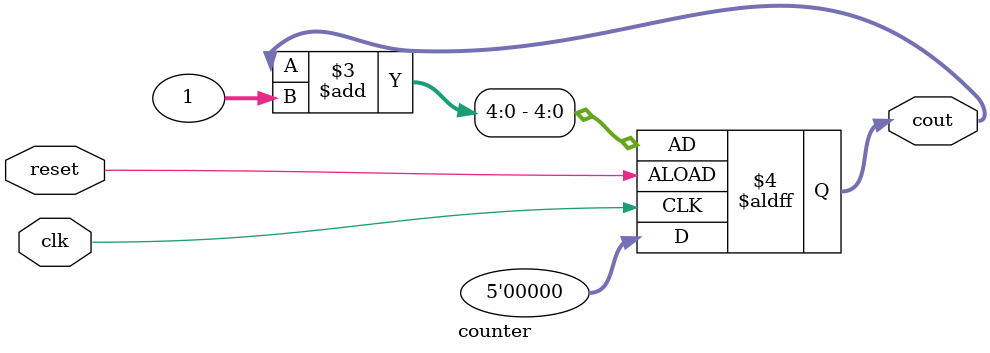
<source format=v>
module counter(
input clk,
input reset,
output reg [4:0]cout
);

always @ (posedge clk or posedge reset) begin
    if(!reset)
        cout <= 0;
    else
        cout <= cout+1;

end
endmodule

</source>
